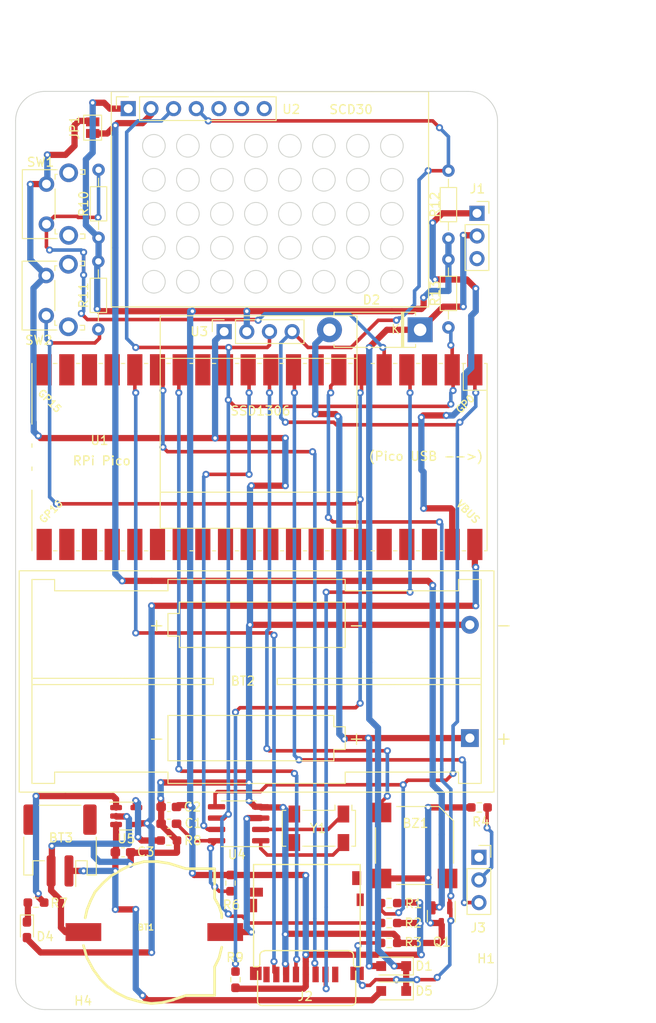
<source format=kicad_pcb>
(kicad_pcb (version 20211014) (generator pcbnew)
  (layers (0 "F.Cu" signal) (31 "B.Cu" signal) (34 "B.Paste" user) (35 "F.Paste" user) (36 "B.SilkS" user "B.Silkscreen") (37 "F.SilkS" user "F.Silkscreen") (38 "B.Mask" user) (39 "F.Mask" user) (44 "Edge.Cuts" user))
  (net 0 "")
  (net 2 "BUZZER")
  (net 6 "SD_CS")
  (net 7 "MOSI")
  (net 31 "+3V3")
  (net 32 "GND")
  (net 33 "SCK")
  (net 34 "MISO")
  (net 36 "Net-(J3-Pad2)")
  (net 37 "WRITE_EN")
  (net 38 "SCD30_EN")
  (net 39 "SCD30_GND")
  (net 40 "BUT_A")
  (net 41 "BUT_B")
  (net 42 "Net-(U4-Pad1)")
  (net 43 "Net-(U4-Pad2)")
  (net 46 "Net-(BT1-Pad1)")
  (net 47 "VSYS")
  (net 48 "SDA")
  (net 49 "SCL")
  (net 52 "RTC_INT")
  (net 53 "VBAT_AAA")
  (net 54 "VBAT_LIPO")
  (net 55 "Net-(C1-Pad1)")
  (net 56 "Net-(D4-Pad1)")
  (net 57 "VBUS")
  (net 58 "Net-(R7-Pad2)")
  (net 59 "Net-(R8-Pad1)")
  (net 63 "Net-(D1-Pad1)")
  (footprint "picoco2:DM3D-SF_outline" (layer "F.Cu") (at 32.6136 98.113)
    (fp_text reference "J2")
    (fp_text value "Micro_SD_Card" hide)
  )
  (footprint "Package_SO:SOIC-8_3.9x4.9mm_P1.27mm" (layer "F.Cu") (at 24.9936 82.0928 180)
    (fp_text reference "U4")
    (fp_text value "PCF8523T")
  )
  (footprint "Capacitor_SMD:C_0603_1608Metric_Pad1.08x0.95mm_HandSolder" (layer "F.Cu") (at 17.1704 80.2132 180)
    (fp_text reference "C2")
    (fp_text value "C")
  )
  (footprint "Resistor_THT:R_Axial_DIN0204_L3.6mm_D1.6mm_P7.62mm_Horizontal" (layer "F.Cu") (at 48.5 18.8368 -90)
    (fp_text reference "R13")
    (fp_text value "R")
  )
  (footprint "Connector_PinSocket_2.54mm:PinSocket_1x03_P2.54mm_Vertical" (layer "F.Cu") (at 51.9172 85.852)
    (fp_text reference "J3")
    (fp_text value "Conn_01x03_Female")
  )
  (footprint "Capacitor_SMD:C_0603_1608Metric_Pad1.08x0.95mm_HandSolder" (layer "F.Cu") (at 17.1704 82.0928 180)
    (fp_text reference "C1")
    (fp_text value "C")
  )
  (footprint "MountingHole:MountingHole_3.2mm_M3" (layer "F.Cu") (at 50.5 3.4)
    (fp_text reference "H3" hide)
    (fp_text value "MountingHole")
  )
  (footprint "Battery:BatteryHolder_Keystone_2468_2xAAA" (layer "F.Cu") (at 50.9016 72.4916 180)
    (fp_text reference "BT2")
    (fp_text value "Battery")
  )
  (footprint "Button_Switch_THT:SW_Tactile_SPST_Angled_PTS645Vx31-2LFS" (layer "F.Cu") (at 3.4265 25.135 90)
    (fp_text reference "SW2")
    (fp_text value "SW_Push")
  )
  (footprint "MountingHole:MountingHole_3.2mm_M3" (layer "F.Cu") (at 50.5 99.4)
    (fp_text reference "H1")
    (fp_text value "MountingHole")
  )
  (footprint "Resistor_SMD:R_0603_1608Metric_Pad0.98x0.95mm_HandSolder" (layer "F.Cu") (at 41.8592 95.4532)
    (fp_text reference "R3")
    (fp_text value "R")
  )
  (footprint "picoco2:ssd1306_a" (layer "F.Cu") (at 23.368 26.924 90)
    (fp_text reference "U3")
    (fp_text value "ssd1306")
  )
  (footprint "Resistor_THT:R_Axial_DIN0204_L3.6mm_D1.6mm_P7.62mm_Horizontal" (layer "F.Cu") (at 9.271 19.05 -90)
    (fp_text reference "R11")
    (fp_text value "R")
  )
  (footprint "Resistor_SMD:R_0603_1608Metric_Pad0.98x0.95mm_HandSolder" (layer "F.Cu") (at 17.1704 83.9724)
    (fp_text reference "R8")
    (fp_text value "10K")
  )
  (footprint "Package_TO_SOT_SMD:SOT-23" (layer "F.Cu") (at 47.7012 92.456 -90)
    (fp_text reference "Q1")
    (fp_text value "Q_NMOS_GDS")
  )
  (footprint "Resistor_SMD:R_0603_1608Metric_Pad0.98x0.95mm_HandSolder" (layer "F.Cu") (at 24.638 99.568 90)
    (fp_text reference "R9")
    (fp_text value "R")
  )
  (footprint "Resistor_SMD:R_0603_1608Metric_Pad0.98x0.95mm_HandSolder" (layer "F.Cu") (at 24.0792 88.7476 90)
    (fp_text reference "R6")
    (fp_text value "R")
  )
  (footprint "Package_TO_SOT_SMD:SOT-23-5" (layer "F.Cu") (at 12.3952 81.2292)
    (fp_text reference "U5")
    (fp_text value "MCP73831-2-OT")
  )
  (footprint "Diode_SMD:D_SOD-123F" (layer "F.Cu") (at 42.3672 98.044 180)
    (fp_text reference "D1")
    (fp_text value "D")
  )
  (footprint "Resistor_SMD:R_0603_1608Metric_Pad0.98x0.95mm_HandSolder" (layer "F.Cu") (at 2.286 90.932)
    (fp_text reference "R7")
    (fp_text value "1K")
  )
  (footprint "Resistor_THT:R_Axial_DIN0204_L3.6mm_D1.6mm_P7.62mm_Horizontal" (layer "F.Cu") (at 9.2964 16.4084 90)
    (fp_text reference "R10")
    (fp_text value "R")
  )
  (footprint "Connector_JST:JST_PH_S2B-PH-SM4-TB_1x02-1MP_P2.00mm_Horizontal" (layer "F.Cu") (at 4.9784 84.5312 180)
    (fp_text reference "BT3")
    (fp_text value "Battery")
  )
  (footprint "picoco2:CR1220-2" (layer "F.Cu") (at 15.1998 94.2348)
    (fp_text reference "BT1")
    (fp_text value "Battery")
  )
  (footprint "MountingHole:MountingHole_3.2mm_M3" (layer "F.Cu") (at 3.4 3.4)
    (fp_text reference "H2" hide)
    (fp_text value "MountingHole")
  )
  (footprint "RPi_Pico:RPi_PicoW_SMD" (layer "F.Cu") (at 27.3304 40.9956 -90)
    (fp_text reference "U1")
    (fp_text value "PicoW")
  )
  (footprint "Resistor_SMD:R_0603_1608Metric_Pad0.98x0.95mm_HandSolder" (layer "F.Cu") (at 51.9684 80.264 180)
    (fp_text reference "R4")
    (fp_text value "R")
  )
  (footprint "Connector_PinSocket_2.54mm:PinSocket_1x03_P2.54mm_Vertical" (layer "F.Cu") (at 51.7006 13.6642)
    (fp_text reference "J1")
    (fp_text value "Conn_01x03_Female")
  )
  (footprint "Resistor_SMD:R_0603_1608Metric_Pad0.98x0.95mm_HandSolder" (layer "F.Cu") (at 41.8592 90.9828 180)
    (fp_text reference "R1")
    (fp_text value "R")
  )
  (footprint "Capacitor_SMD:C_0603_1608Metric_Pad1.08x0.95mm_HandSolder" (layer "F.Cu") (at 12.0396 85.2932)
    (fp_text reference "C3")
    (fp_text value "C")
  )
  (footprint "Jumper:SolderJumper-2_P1.3mm_Open_Pad1.0x1.5mm" (layer "F.Cu") (at 8.636 4.064 -90)
    (fp_text reference "JP1")
    (fp_text value "SolderJumper_2_Open")
  )
  (footprint "Resistor_SMD:R_0603_1608Metric_Pad0.98x0.95mm_HandSolder" (layer "F.Cu") (at 41.8592 93.218 180)
    (fp_text reference "R2")
    (fp_text value "R")
  )
  (footprint "LED_SMD:LED_0603_1608Metric_Pad1.05x0.95mm_HandSolder" (layer "F.Cu") (at 1.27 93.98 -90)
    (fp_text reference "D4")
    (fp_text value "LED")
  )
  (footprint "Buzzer_Beeper:MagneticBuzzer_Kobitone_254-EMB84Q-RO" (layer "F.Cu") (at 44.704 84.5312)
    (fp_text reference "BZ1")
    (fp_text value "Buzzer")
  )
  (footprint "Crystal:Crystal_SMD_Abracon_ABS25-4Pin_8.0x3.8mm" (layer "F.Cu") (at 33.9852 82.6008 -90)
    (fp_text reference "Y1")
    (fp_text value "Crystal_GND23")
  )
  (footprint "Button_Switch_THT:SW_Tactile_SPST_Angled_PTS645Vx31-2LFS" (layer "F.Cu") (at 3.4544 14.8844 90)
    (fp_text reference "SW1")
    (fp_text value "SW_Push")
  )
  (footprint "Resistor_THT:R_Axial_DIN0204_L3.6mm_D1.6mm_P7.62mm_Horizontal" (layer "F.Cu") (at 48.5 16.5 90)
    (fp_text reference "R12")
    (fp_text value "R")
  )
  (footprint "MountingHole:MountingHole_3.2mm_M3" (layer "F.Cu") (at 3.4 99.4)
    (fp_text reference "H4")
    (fp_text value "MountingHole")
  )
  (footprint "picoco2:scd30_a" (layer "F.Cu") (at 12.6238 1.9304 90)
    (fp_text reference "U2")
    (fp_text value "scd30")
  )
  (footprint "Diode_SMD:D_SOD-123F" (layer "F.Cu") (at 42.3672 100.838 180)
    (fp_text reference "D5")
    (fp_text value "D")
  )
  (footprint "Diode_THT:D_5W_P10.16mm_Horizontal" (layer "F.Cu") (at 45.33 26.7208 180)
    (fp_text reference "D2")
    (fp_text value "D")
  )
  (gr_circle (center 38.354 9.906) (end 38.354 11.176) (layer "Edge.Cuts") (width 0.1) (fill none))
  (gr_circle (center 15.494 21.336) (end 15.494 22.606) (layer "Edge.Cuts") (width 0.1) (fill none))
  (gr_circle (center 26.924 17.526) (end 26.924 18.796) (layer "Edge.Cuts") (width 0.1) (fill none))
  (gr_circle (center 23.114 13.716) (end 23.114 14.986) (layer "Edge.Cuts") (width 0.1) (fill none))
  (gr_arc (start 50.698 0) (mid 53.032867 0.967133) (end 54 3.302) (layer "Edge.Cuts") (width 0.1))
  (gr_circle (center 15.494 13.716) (end 15.494 14.986) (layer "Edge.Cuts") (width 0.1) (fill none))
  (gr_circle (center 26.924 21.336) (end 26.924 22.606) (layer "Edge.Cuts") (width 0.1) (fill none))
  (gr_circle (center 15.494 17.526) (end 15.494 18.796) (layer "Edge.Cuts") (width 0.1) (fill none))
  (gr_circle (center 30.734 9.906) (end 30.734 11.176) (layer "Edge.Cuts") (width 0.1) (fill none))
  (gr_circle (center 15.494 9.906) (end 15.494 11.176) (layer "Edge.Cuts") (width 0.1) (fill none))
  (gr_circle (center 42.164 9.906) (end 42.164 11.176) (layer "Edge.Cuts") (width 0.1) (fill none))
  (gr_line (start 50.698 0) (end 3.300067 -0.001933) (layer "Edge.Cuts") (width 0.1))
  (gr_circle (center 19.304 6.096) (end 19.304 7.366) (layer "Edge.Cuts") (width 0.1) (fill none))
  (gr_circle (center 30.734 21.336) (end 30.734 22.606) (layer "Edge.Cuts") (width 0.1) (fill none))
  (gr_circle (center 30.734 6.096) (end 30.734 7.366) (layer "Edge.Cuts") (width 0.1) (fill none))
  (gr_circle (center 42.164 17.526) (end 42.164 18.796) (layer "Edge.Cuts") (width 0.1) (fill none))
  (gr_circle (center 23.114 21.336) (end 23.114 22.606) (layer "Edge.Cuts") (width 0.1) (fill none))
  (gr_circle (center 34.544 17.526) (end 34.544 18.796) (layer "Edge.Cuts") (width 0.1) (fill none))
  (gr_circle (center 34.544 13.716) (end 34.544 14.986) (layer "Edge.Cuts") (width 0.1) (fill none))
  (gr_circle (center 34.544 21.336) (end 34.544 22.606) (layer "Edge.Cuts") (width 0.1) (fill none))
  (gr_line (start -0.001933 3.300067) (end 0 99.6188) (layer "Edge.Cuts") (width 0.1))
  (gr_circle (center 19.304 17.526) (end 19.304 18.796) (layer "Edge.Cuts") (width 0.1) (fill none))
  (gr_circle (center 26.924 13.716) (end 26.924 14.986) (layer "Edge.Cuts") (width 0.1) (fill none))
  (gr_circle (center 34.544 6.096) (end 34.544 7.366) (layer "Edge.Cuts") (width 0.1) (fill none))
  (gr_circle (center 42.164 21.336) (end 42.164 22.606) (layer "Edge.Cuts") (width 0.1) (fill none))
  (gr_circle (center 23.114 17.526) (end 23.114 18.796) (layer "Edge.Cuts") (width 0.1) (fill none))
  (gr_circle (center 26.924 6.096) (end 26.924 7.366) (layer "Edge.Cuts") (width 0.1) (fill none))
  (gr_circle (center 42.164 13.716) (end 42.164 14.986) (layer "Edge.Cuts") (width 0.1) (fill none))
  (gr_line (start 3.302 102.9208) (end 50.708333 102.9208) (layer "Edge.Cuts") (width 0.1))
  (gr_circle (center 30.734 13.716) (end 30.734 14.986) (layer "Edge.Cuts") (width 0.1) (fill none))
  (gr_circle (center 19.304 9.906) (end 19.304 11.176) (layer "Edge.Cuts") (width 0.1) (fill none))
  (gr_circle (center 30.734 17.526) (end 30.734 18.796) (layer "Edge.Cuts") (width 0.1) (fill none))
  (gr_circle (center 38.354 21.336) (end 38.354 22.606) (layer "Edge.Cuts") (width 0.1) (fill none))
  (gr_circle (center 19.304 21.336) (end 19.304 22.606) (layer "Edge.Cuts") (width 0.1) (fill none))
  (gr_circle (center 26.924 9.906) (end 26.924 11.176) (layer "Edge.Cuts") (width 0.1) (fill none))
  (gr_circle (center 38.354 17.526) (end 38.354 18.796) (layer "Edge.Cuts") (width 0.1) (fill none))
  (gr_arc (start 54 99.6188) (mid 53.039544 101.953032) (end 50.708333 102.9208) (layer "Edge.Cuts") (width 0.1))
  (gr_arc (start 3.302 102.9208) (mid 0.967133 101.953667) (end 0 99.6188) (layer "Edge.Cuts") (width 0.1))
  (gr_circle (center 38.354 6.096) (end 38.354 7.366) (layer "Edge.Cuts") (width 0.1) (fill none))
  (gr_arc (start -0.001933 3.300067) (mid 0.9652 0.9652) (end 3.300067 -0.001933) (layer "Edge.Cuts") (width 0.1))
  (gr_line (start 54 99.6188) (end 54 3.302) (layer "Edge.Cuts") (width 0.1))
  (gr_circle (center 23.114 6.096) (end 23.114 7.366) (layer "Edge.Cuts") (width 0.1) (fill none))
  (gr_circle (center 38.354 13.716) (end 38.354 14.986) (layer "Edge.Cuts") (width 0.1) (fill none))
  (gr_circle (center 19.304 13.716) (end 19.304 14.986) (layer "Edge.Cuts") (width 0.1) (fill none))
  (gr_circle (center 42.164 6.096) (end 42.164 7.366) (layer "Edge.Cuts") (width 0.1) (fill none))
  (gr_circle (center 23.114 9.906) (end 23.114 11.176) (layer "Edge.Cuts") (width 0.1) (fill none))
  (gr_circle (center 34.544 9.906) (end 34.544 11.176) (layer "Edge.Cuts") (width 0.1) (fill none))
  (gr_circle (center 15.494 6.096) (end 15.494 7.366) (layer "Edge.Cuts") (width 0.1) (fill none))
  (gr_text "RPi Pico" (at 9.652 41.402) (layer "F.SilkS") (effects (font (size 1 1))))
  (gr_text "(Pico USB -->)" (at 45.974 40.894) (layer "F.SilkS") (effects (font (size 1 1))))
  (gr_text "SSD1306" (at 27.432 35.814) (layer "F.SilkS") (effects (font (size 1 1))))
  (gr_text "SCD30" (at 37.592 2.032) (layer "F.SilkS") (effects (font (size 1 1))))
  (segment (start 28.4105 73.914) (end 28.1565 73.66) (width 0.4) (layer "F.Cu") (net 2))
  (segment (start 41.004 80.8312) (end 41.004 79.646) (width 0.4) (layer "F.Cu") (net 2))
  (segment (start 41.004 79.646) (end 41.656 78.994) (width 0.4) (layer "F.Cu") (net 2))
  (segment (start 28.448 33.782) (end 28.448 32.258) (width 0.4) (layer "F.Cu") (net 2))
  (segment (start 41.656 73.914) (end 28.4105 73.914) (width 0.4) (layer "F.Cu") (net 2))
  (segment (start 28.448 32.258) (end 28.6004 32.1056) (width 0.4) (layer "F.Cu") (net 2))
  (via (at 41.656 78.994) (size 0.8) (drill 0.4) (layers "F.Cu" "B.Cu") (net 2))
  (via (at 28.448 33.782) (size 0.8) (drill 0.4) (layers "F.Cu" "B.Cu") (net 2))
  (via (at 41.656 73.914) (size 0.8) (drill 0.4) (layers "F.Cu" "B.Cu") (net 2))
  (via (at 28.1565 73.66) (size 0.8) (drill 0.4) (layers "F.Cu" "B.Cu") (net 2))
  (segment (start 28.1565 60.4895) (end 28.448 60.198) (width 0.4) (layer "B.Cu") (net 2))
  (segment (start 28.1565 73.66) (end 28.1565 60.4895) (width 0.4) (layer "B.Cu") (net 2))
  (segment (start 28.448 60.198) (end 28.448 33.782) (width 0.4) (layer "B.Cu") (net 2))
  (segment (start 41.656 78.994) (end 41.656 73.914) (width 0.4) (layer "B.Cu") (net 2))
  (segment (start 44.196 32.4612) (end 43.8404 32.1056) (width 0.4) (layer "F.Cu") (net 6))
  (segment (start 34.7136 100.4996) (end 34.798 100.584) (width 0.4) (layer "F.Cu") (net 6))
  (segment (start 34.798 56.134) (end 44.196 56.134) (width 0.4) (layer "F.Cu") (net 6))
  (segment (start 34.7136 98.988) (end 34.7136 100.4996) (width 0.4) (layer "F.Cu") (net 6))
  (segment (start 44.196 33.782) (end 44.196 32.4612) (width 0.4) (layer "F.Cu") (net 6))
  (via (at 44.196 33.782) (size 0.8) (drill 0.4) (layers "F.Cu" "B.Cu") (net 6))
  (via (at 44.196 56.134) (size 0.8) (drill 0.4) (layers "F.Cu" "B.Cu") (net 6))
  (via (at 34.798 56.134) (size 0.8) (drill 0.4) (layers "F.Cu" "B.Cu") (net 6))
  (via (at 34.798 100.584) (size 0.8) (drill 0.4) (layers "F.Cu" "B.Cu") (net 6))
  (segment (start 34.798 100.584) (end 34.798 91.44) (width 0.4) (layer "B.Cu") (net 6))
  (segment (start 34.798 91.44) (end 34.798 56.134) (width 0.4) (layer "B.Cu") (net 6))
  (segment (start 44.196 56.134) (end 44.196 33.782) (width 0.4) (layer "B.Cu") (net 6))
  (segment (start 33.274 40.386) (end 17.018 40.386) (width 0.4) (layer "F.Cu") (net 7))
  (segment (start 17.018 40.386) (end 16.51 39.878) (width 0.4) (layer "F.Cu") (net 7))
  (segment (start 16.51 32.7152) (end 15.9004 32.1056) (width 0.4) (layer "F.Cu") (net 7))
  (segment (start 33.6136 98.988) (end 33.6136 97.8091) (width 0.4) (layer "F.Cu") (net 7))
  (segment (start 16.51 33.528) (end 16.51 32.7152) (width 0.4) (layer "F.Cu") (net 7))
  (segment (start 33.6136 97.8091) (end 33.528 97.7235) (width 0.4) (layer "F.Cu") (net 7))
  (via (at 33.274 40.386) (size 0.8) (drill 0.4) (layers "F.Cu" "B.Cu") (net 7))
  (via (at 16.51 39.878) (size 0.8) (drill 0.4) (layers "F.Cu" "B.Cu") (net 7))
  (via (at 16.51 33.528) (size 0.8) (drill 0.4) (layers "F.Cu" "B.Cu") (net 7))
  (via (at 33.528 97.7235) (size 0.8) (drill 0.4) (layers "F.Cu" "B.Cu") (net 7))
  (segment (start 33.528 92.71) (end 33.528 40.64) (width 0.4) (layer "B.Cu") (net 7))
  (segment (start 33.528 40.64) (end 33.274 40.386) (width 0.4) (layer "B.Cu") (net 7))
  (segment (start 16.51 39.878) (end 16.51 33.528) (width 0.4) (layer "B.Cu") (net 7))
  (segment (start 33.528 97.7235) (end 33.528 92.71) (width 0.4) (layer "B.Cu") (net 7))
  (segment (start 9.398 24.638) (end 9.144 24.384) (width 0.7) (layer "F.Cu") (net 31))
  (segment (start 42.7717 93.218) (end 45.280967 93.218) (width 0.7) (layer "F.Cu") (net 31))
  (segment (start 32.258 100.584) (end 24.7415 100.584) (width 0.7) (layer "F.Cu") (net 31))
  (segment (start 20.0171 87.8351) (end 19.812 87.63) (width 0.7) (layer "F.Cu") (net 31))
  (segment (start 42.164 24.638) (end 19.812 24.638) (width 0.7) (layer "F.Cu") (net 31))
  (segment (start 45.280967 93.218) (end 45.327225 93.264258) (width 0.7) (layer "F.Cu") (net 31))
  (segment (start 19.558 80.01) (end 18.2361 80.01) (width 0.7) (layer "F.Cu") (net 31))
  (segment (start 44.704 24.384) (end 44.45 24.638) (width 0.7) (layer "F.Cu") (net 31))
  (segment (start 24.7415 100.584) (end 24.638 100.4805) (width 0.7) (layer "F.Cu") (net 31))
  (segment (start 18.2361 80.01) (end 18.0329 80.2132) (width 0.7) (layer "F.Cu") (net 31))
  (segment (start 45.466 96.774) (end 32.512 96.774) (width 0.7) (layer "F.Cu") (net 31))
  (segment (start 32.512 97.536) (end 32.512 96.774) (width 0.7) (layer "F.Cu") (net 31))
  (segment (start 32.5136 97.5376) (end 32.512 97.536) (width 0.7) (layer "F.Cu") (net 31))
  (segment (start 45.72 24.13) (end 45.466 24.384) (width 0.7) (layer "F.Cu") (net 31))
  (segment (start 24.0792 87.8351) (end 20.0171 87.8351) (width 0.7) (layer "F.Cu") (net 31))
  (segment (start 24.0792 87.8351) (end 32.4631 87.8351) (width 0.7) (layer "F.Cu") (net 31))
  (segment (start 45.2785 90.932) (end 42.8225 90.932) (width 0.7) (layer "F.Cu") (net 31))
  (segment (start 32.5136 98.988) (end 32.5136 97.5376) (width 0.7) (layer "F.Cu") (net 31))
  (segment (start 32.5136 98.988) (end 32.5136 100.3284) (width 0.7) (layer "F.Cu") (net 31))
  (segment (start 12.6238 1.9304) (end 10.5664 1.9304) (width 0.7) (layer "F.Cu") (net 31))
  (segment (start 45.72 23.114) (end 45.72 24.13) (width 0.7) (layer "F.Cu") (net 31))
  (segment (start 44.45 24.638) (end 42.164 24.638) (width 0.7) (layer "F.Cu") (net 31))
  (segment (start 32.5136 100.3284) (end 32.258 100.584) (width 0.7) (layer "F.Cu") (net 31))
  (segment (start 42.8225 90.932) (end 42.7717 90.9828) (width 0.7) (layer "F.Cu") (net 31))
  (segment (start 32.4631 87.8351) (end 32.512 87.884) (width 0.7) (layer "F.Cu") (net 31))
  (segment (start 45.466 24.384) (end 44.704 24.384) (width 0.7) (layer "F.Cu") (net 31))
  (segment (start 9.906 1.27) (end 8.636 1.27) (width 0.7) (layer "F.Cu") (net 31))
  (segment (start 19.812 24.638) (end 9.398 24.638) (width 0.7) (layer "F.Cu") (net 31))
  (segment (start 9.4488 16.256) (end 9.2964 16.4084) (width 0.7) (layer "F.Cu") (net 31))
  (segment (start 10.5664 1.9304) (end 9.906 1.27) (width 0.7) (layer "F.Cu") (net 31))
  (via (at 45.327225 93.264258) (size 0.8) (drill 0.4) (layers "F.Cu" "B.Cu") (net 31))
  (via (at 45.72 23.114) (size 0.8) (drill 0.4) (layers "F.Cu" "B.Cu") (net 31))
  (via (at 25.908 24.638) (size 0.8) (drill 0.4) (layers "F.Cu" "B.Cu") (net 31))
  (via (at 32.512 96.774) (size 0.8) (drill 0.4) (layers "F.Cu" "B.Cu") (net 31))
  (via (at 45.2785 90.932) (size 0.8) (drill 0.4) (layers "F.Cu" "B.Cu") (net 31))
  (via (at 19.812 87.63) (size 0.8) (drill 0.4) (layers "F.Cu" "B.Cu") (net 31))
  (via (at 9.144 24.384) (size 0.8) (drill 0.4) (layers "F.Cu" "B.Cu") (net 31))
  (via (at 45.466 96.774) (size 0.8) (drill 0.4) (layers "F.Cu" "B.Cu") (net 31))
  (via (at 19.812 24.638) (size 0.8) (drill 0.4) (layers "F.Cu" "B.Cu") (net 31))
  (via (at 19.558 80.01) (size 0.8) (drill 0.4) (layers "F.Cu" "B.Cu") (net 31))
  (via (at 8.636 1.27) (size 0.8) (drill 0.4) (layers "F.Cu" "B.Cu") (net 31))
  (via (at 32.512 87.884) (size 0.8) (drill 0.4) (layers "F.Cu" "B.Cu") (net 31))
  (segment (start 7.874 7.62) (end 7.874 14.986) (width 0.7) (layer "B.Cu") (net 31))
  (segment (start 48.5 18.8368) (end 48.5 22.366) (width 0.7) (layer "B.Cu") (net 31))
  (segment (start 48.5 18.8368) (end 48.5 16.5) (width 0.7) (layer "B.Cu") (net 31))
  (segment (start 9.2964 19.0246) (end 9.271 19.05) (width 0.7) (layer "B.Cu") (net 31))
  (segment (start 19.812 87.63) (end 19.812 80.264) (width 0.7) (layer "B.Cu") (net 31))
  (segment (start 19.558 24.638) (end 19.812 24.638) (width 0.7) (layer "B.Cu") (net 31))
  (segment (start 45.327225 90.980725) (end 45.2785 90.932) (width 0.7) (layer "B.Cu") (net 31))
  (segment (start 45.327225 93.264258) (end 45.327225 96.635225) (width 0.7) (layer "B.Cu") (net 31))
  (segment (start 45.327225 96.635225) (end 45.466 96.774) (width 0.7) (layer "B.Cu") (net 31))
  (segment (start 8.636 6.858) (end 7.874 7.62) (width 0.7) (layer "B.Cu") (net 31))
  (segment (start 25.908 27.178) (end 25.73 27) (width 0.4) (layer "B.Cu") (net 31))
  (segment (start 8.636 1.27) (end 8.636 6.858) (width 0.7) (layer "B.Cu") (net 31))
  (segment (start 19.812 80.264) (end 19.558 80.01) (width 0.7) (layer "B.Cu") (net 31))
  (segment (start 7.874 14.986) (end 9.2964 16.4084) (width 0.7) (layer "B.Cu") (net 31))
  (segment (start 45.327225 93.264258) (end 45.327225 90.980725) (width 0.7) (layer "B.Cu") (net 31))
  (segment (start 19.558 80.01) (end 19.558 24.638) (width 0.7) (layer "B.Cu") (net 31))
  (segment (start 9.144 19.177) (end 9.271 19.05) (width 0.7) (layer "B.Cu") (net 31))
  (segment (start 48.5 22.366) (end 46.468 22.366) (width 0.7) (layer "B.Cu") (net 31))
  (segment (start 9.144 24.384) (end 9.144 19.177) (width 0.7) (layer "B.Cu") (net 31))
  (segment (start 9.2964 16.4084) (end 9.2964 19.0246) (width 0.7) (layer "B.Cu") (net 31))
  (segment (start 25.908 24.638) (end 25.908 26.924) (width 0.7) (layer "B.Cu") (net 31))
  (segment (start 32.512 96.774) (end 32.512 87.884) (width 0.7) (layer "B.Cu") (net 31))
  (segment (start 46.468 22.366) (end 45.72 23.114) (width 0.7) (layer "B.Cu") (net 31))
  (segment (start 50.9016 59.7916) (end 26.2636 59.7916) (width 0.7) (layer "F.Cu") (net 32))
  (segment (start 4.064 87.2956) (end 3.9784 87.3812) (width 0.7) (layer "F.Cu") (net 32))
  (segment (start 11.3085 81.28) (end 11.2577 81.2292) (width 0.7) (layer "F.Cu") (net 32))
  (segment (start 6.604 6.096) (end 6.604 3.81) (width 0.7) (layer "F.Cu") (net 32))
  (segment (start 26.8478 80.1878) (end 26.162 79.502) (width 0.7) (layer "F.Cu") (net 32))
  (segment (start 46.228 80.264) (end 51.0559 80.264) (width 0.7) (layer "F.Cu") (net 32))
  (segment (start 3.9784 89.5764) (end 5.08 90.678) (width 0.7) (layer "F.Cu") (net 32))
  (segment (start 47.5257 93.218) (end 47.7012 93.3935) (width 0.7) (layer "F.Cu") (net 32))
  (segment (start 18.034 85.344) (end 12.9529 85.344) (width 0.7) (layer "F.Cu") (net 32))
  (segment (start 22.352 38.862) (end 2.794 38.862) (width 0.7) (layer "F.Cu") (net 32))
  (segment (start 12.9021 86.5389) (end 12.827 86.614) (width 0.7) (layer "F.Cu") (net 32))
  (segment (start 42.3582 94.4282) (end 30.2858 94.4282) (width 0.7) (layer "F.Cu") (net 32))
  (segment (start 5.08 93.726) (end 5.5888 94.2348) (width 0.7) (layer "F.Cu") (net 32))
  (segment (start 6.604 3.81) (end 7.112 3.302) (width 0.7) (layer "F.Cu") (net 32))
  (segment (start 26.416 44.196) (end 30.226 44.196) (width 0.7) (layer "F.Cu") (net 32))
  (segment (start 27.4686 80.1878) (end 26.8478 80.1878) (width 0.7) (layer "F.Cu") (net 32))
  (segment (start 18.0829 85.2951) (end 18.034 85.344) (width 0.7) (layer "F.Cu") (net 32))
  (segment (start 41.004 88.2312) (end 46.1348 88.2312) (width 0.7) (layer "F.Cu") (net 32))
  (segment (start 29.972 80.264) (end 27.5448 80.264) (width 0.7) (layer "F.Cu") (net 32))
  (segment (start 12.446 81.28) (end 11.3085 81.28) (width 0.7) (layer "F.Cu") (net 32))
  (segment (start 3.4544 10.3844) (end 1.6806 10.3844) (width 0.7) (layer "F.Cu") (net 32))
  (segment (start 7.112 3.302) (end 8.524 3.302) (width 0.7) (layer "F.Cu") (net 32))
  (segment (start 30.3136 98.988) (end 30.3136 97.8776) (width 0.7) (layer "F.Cu") (net 32))
  (segment (start 12.9529 85.344) (end 12.9021 85.2932) (width 0.7) (layer "F.Cu") (net 32))
  (segment (start 47.752 95.25) (end 47.752 93.4443) (width 0.7) (layer "F.Cu") (net 32))
  (segment (start 5.5888 94.2348) (end 7.5998 94.2348) (width 0.7) (layer "F.Cu") (net 32))
  (segment (start 16.256 77.47) (end 26.162 77.47) (width 0.7) (layer "F.Cu") (net 32))
  (segment (start 42.7717 95.4532) (end 47.5488 95.4532) (width 0.7) (layer "F.Cu") (net 32))
  (segment (start 27.5448 80.264) (end 27.4686 80.1878) (width 0.7) (layer "F.Cu") (net 32))
  (segment (start 42.7717 95.4532) (end 42.7717 94.8417) (width 0.7) (layer "F.Cu") (net 32))
  (segment (start 2.794 38.862) (end 2.54 38.608) (width 0.7) (layer "F.Cu") (net 32))
  (segment (start 30.2858 94.4282) (end 30.226 94.488) (width 0.7) (layer "F.Cu") (net 32))
  (segment (start 42.7717 94.8417) (end 42.3582 94.4282) (width 0.7) (layer "F.Cu") (net 32))
  (segment (start 16.3079 82.0928) (end 16.3079 82.1974) (width 0.7) (layer "F.Cu") (net 32))
  (segment (start 16.3079 82.1974) (end 18.0829 83.9724) (width 0.7) (layer "F.Cu") (net 32))
  (segment (start 12.9021 85.2932) (end 12.9021 86.5389) (width 0.7) (layer "F.Cu") (net 32))
  (segment (start 4.064 84.582) (end 4.064 87.2956) (width 0.7) (layer "F.Cu") (net 32))
  (segment (start 3.556 7.112) (end 5.588 7.112) (width 0.7) (layer "F.Cu") (net 32))
  (segment (start 46.1348 88.2312) (end 46.228 88.138) (width 0.7) (layer "F.Cu") (net 32))
  (segment (start 5.588 7.112) (end 6.604 6.096) (width 0.7) (layer "F.Cu") (net 32))
  (segment (start 30.226 38.862) (end 22.352 38.862) (width 0.7) (layer "F.Cu") (net 32))
  (segment (start 46.482 93.218) (end 47.5257 93.218) (width 0.7) (layer "F.Cu") (net 32))
  (segment (start 3.9784 87.3812) (end 3.9784 89.5764) (width 0.7) (layer "F.Cu") (net 32))
  (segment (start 1.6806 10.3844) (end 1.651 10.414) (width 0.7) (layer "F.Cu") (net 32))
  (segment (start 47.752 93.4443) (end 47.7012 93.3935) (width 0.7) (layer "F.Cu") (net 32))
  (segment (start 3.3605 20.701) (end 3.4265 20.635) (width 0.7) (layer "F.Cu") (net 32))
  (segment (start 5.08 90.678) (end 5.08 93.726) (width 0.7) (layer "F.Cu") (net 32))
  (segment (start 47.5488 95.4532) (end 47.752 95.25) (width 0.7) (layer "F.Cu") (net 32))
  (segment (start 16.3079 80.2132) (end 16.3079 82.0928) (width 0.7) (layer "F.Cu") (net 32))
  (segment (start 16.3079 80.2132) (end 16.3079 79.2999) (width 0.7) (layer "F.Cu") (net 32))
  (segment (start 18.0829 83.9724) (end 18.0829 85.2951) (width 0.7) (layer "F.Cu") (net 32))
  (segment (start 8.524 3.302) (end 8.636 3.414) (width 0.7) (layer "F.Cu") (net 32))
  (segment (start 16.3079 79.2999) (end 16.256 79.248) (width 0.7) (layer "F.Cu") (net 32))
  (segment (start 30.3136 97.8776) (end 30.226 97.79) (width 0.7) (layer "F.Cu") (net 32))
  (via (at 1.651 10.414) (size 0.8) (drill 0.4) (layers "F.Cu" "B.Cu") (net 32))
  (via (at 30.226 44.196) (size 0.8) (drill 0.4) (layers "F.Cu" "B.Cu") (net 32))
  (via (at 2.54 38.608) (size 0.8) (drill 0.4) (layers "F.Cu" "B.Cu") (net 32))
  (via (at 30.226 94.488) (size 0.8) (drill 0.4) (layers "F.Cu" "B.Cu") (net 32))
  (via (at 46.482 93.218) (size 0.8) (drill 0.4) (layers "F.Cu" "B.Cu") (net 32))
  (via (at 26.162 79.502) (size 0.8) (drill 0.4) (layers "F.Cu" "B.Cu") (net 32))
  (via (at 16.256 77.47) (size 0.8) (drill 0.4) (layers "F.Cu" "B.Cu") (net 32))
  (via (at 22.352 38.862) (size 0.8) (drill 0.4) (layers "F.Cu" "B.Cu") (net 32))
  (via (at 29.972 80.264) (size 0.8) (drill 0.4) (layers "F.Cu" "B.Cu") (net 32))
  (via (at 3.556 7.112) (size 0.8) (drill 0.4) (layers "F.Cu" "B.Cu") (net 32))
  (via (at 26.2636 59.7916) (size 0.8) (drill 0.4) (layers "F.Cu" "B.Cu") (net 32))
  (via (at 46.228 80.264) (size 0.8) (drill 0.4) (layers "F.Cu" "B.Cu") (net 32))
  (via (at 26.416 44.196) (size 0.8) (drill 0.4) (layers "F.Cu" "B.Cu") (net 32))
  (via (at 30.226 97.79) (size 0.8) (drill 0.4) (layers "F.Cu" "B.Cu") (net 32))
  (via (at 30.226 38.862) (size 0.8) (drill 0.4) (layers "F.Cu" "B.Cu") (net 32))
  (via (at 26.162 77.47) (size 0.8) (drill 0.4) (layers "F.Cu" "B.Cu") (net 32))
  (via (at 12.827 86.614) (size 0.8) (drill 0.4) (layers "F.Cu" "B.Cu") (net 32))
  (via (at 16.256 79.248) (size 0.8) (drill 0.4) (layers "F.Cu" "B.Cu") (net 32))
  (via (at 4.064 84.582) (size 0.8) (drill 0.4) (layers "F.Cu" "B.Cu") (net 32))
  (via (at 46.228 88.138) (size 0.8) (drill 0.4) (layers "F.Cu" "B.Cu") (net 32))
  (via (at 12.446 81.28) (size 0.8) (drill 0.4) (layers "F.Cu" "B.Cu") (net 32))
  (segment (start 4.318 84.328) (end 4.064 84.582) (width 0.7) (layer "B.Cu") (net 32))
  (segment (start 8.763 85.725) (end 8.763 84.328) (width 0.7) (layer "B.Cu") (net 32))
  (segment (start 16.256 79.248) (end 16.256 77.47) (width 0.7) (layer "B.Cu") (net 32))
  (segment (start 26.2636 59.7916) (end 26.2636 44.3484) (width 0.7) (layer "B.Cu") (net 32))
  (segment (start 3.556 7.112) (end 3.556 10.2828) (width 0.7) (layer "B.Cu") (net 32))
  (segment (start 23.368 26.924) (end 22.352 27.94) (width 0.7) (layer "B.Cu") (net 32))
  (segment (start 8.763 84.328) (end 4.318 84.328) (width 0.7) (layer "B.Cu") (net 32))
  (segment (start 3.4265 20.635) (end 2.0015 22.06) (width 0.7) (layer "B.Cu") (net 32))
  (segment (start 1.651 10.414) (end 1.651 18.8595) (width 0.7) (layer "B.Cu") (net 32))
  (segment (start 30.226 44.196) (end 30.226 38.862) (width 0.7) (layer "B.Cu") (net 32))
  (segment (start 22.352 27.94) (end 22.352 38.862) (width 0.7) (layer "B.Cu") (net 32))
  (segment (start 2.0015 22.06) (end 2.0015 37.0535) (width 0.7) (layer "B.Cu") (net 32))
  (segment (start 26.162 79.502) (end 26.162 77.47) (width 0.7) (layer "B.Cu") (net 32))
  (segment (start 3.556 10.2828) (end 3.4544 10.3844) (width 0.7) (layer "B.Cu") (net 32))
  (segment (start 12.7 84.328) (end 12.7 81.534) (width 0.7) (layer "B.Cu") (net 32))
  (segment (start 12.827 86.614) (end 12.573 86.36) (width 0.7) (layer "B.Cu") (net 32))
  (segment (start 12.573 86.36) (end 9.398 86.36) (width 0.7) (layer "B.Cu") (net 32))
  (segment (start 30.226 80.518) (end 29.972 80.264) (width 0.7) (layer "B.Cu") (net 32))
  (segment (start 26.162 77.47) (end 26.162 59.8932) (width 0.7) (layer "B.Cu") (net 32))
  (segment (start 46.228 92.964) (end 46.482 93.218) (width 0.7) (layer "B.Cu") (net 32))
  (segment (start 46.228 88.138) (end 46.228 80.264) (width 0.7) (layer "B.Cu") (net 32))
  (segment (start 12.7 81.534) (end 12.446 81.28) (width 0.7) (layer "B.Cu") (net 32))
  (segment (start 2.0015 37.0535) (end 2.032 37.084) (width 0.7) (layer "B.Cu") (net 32))
  (segment (start 26.2636 44.3484) (end 26.416 44.196) (width 0.7) (layer "B.Cu") (net 32))
  (segment (start 2.032 38.1) (end 2.54 38.608) (width 0.7) (layer "B.Cu") (net 32))
  (segment (start 26.162 59.8932) (end 26.2636 59.7916) (width 0.7) (layer "B.Cu") (net 32))
  (segment (start 2.032 37.084) (end 2.032 38.1) (width 0.7) (layer "B.Cu") (net 32))
  (segment (start 12.7 84.328) (end 8.763 84.328) (width 0.7) (layer "B.Cu") (net 32))
  (segment (start 1.651 18.8595) (end 3.4265 20.635) (width 0.7) (layer "B.Cu") (net 32))
  (segment (start 9.398 86.36) (end 8.763 85.725) (width 0.7) (layer "B.Cu") (net 32))
  (segment (start 23.19 27) (end 23.19 27.102) (width 0.4) (layer "B.Cu") (net 32))
  (segment (start 30.226 97.79) (end 30.226 80.518) (width 0.7) (layer "B.Cu") (net 32))
  (segment (start 46.228 88.138) (end 46.228 92.964) (width 0.7) (layer "B.Cu") (net 32))
  (segment (start 31.242 76.454) (end 30.988 76.2) (width 0.4) (layer "F.Cu") (net 33))
  (segment (start 18.288 32.258) (end 18.4404 32.1056) (width 0.4) (layer "F.Cu") (net 33))
  (segment (start 30.988 76.2) (end 21.082 76.2) (width 0.4) (layer "F.Cu") (net 33))
  (segment (start 31.4136 97.3644) (end 31.496 97.282) (width 0.4) (layer "F.Cu") (net 33))
  (segment (start 18.288 33.782) (end 18.288 32.258) (width 0.4) (layer "F.Cu") (net 33))
  (segment (start 31.4136 98.988) (end 31.4136 97.3644) (width 0.4) (layer "F.Cu") (net 33))
  (segment (start 21.082 76.2) (end 18.542 76.2) (width 0.4) (layer "F.Cu") (net 33))
  (segment (start 18.542 76.2) (end 18.288 75.946) (width 0.4) (layer "F.Cu") (net 33))
  (via (at 18.288 75.946) (size 0.8) (drill 0.4) (layers "F.Cu" "B.Cu") (net 33))
  (via (at 31.242 76.454) (size 0.8) (drill 0.4) (layers "F.Cu" "B.Cu") (net 33))
  (via (at 18.288 33.782) (size 0.8) (drill 0.4) (layers "F.Cu" "B.Cu") (net 33))
  (via (at 31.496 97.282) (size 0.8) (drill 0.4) (layers "F.Cu" "B.Cu") (net 33))
  (segment (start 18.288 75.946) (end 18.288 33.782) (width 0.4) (layer "B.Cu") (net 33))
  (segment (start 31.496 76.708) (end 31.242 76.454) (width 0.4) (layer "B.Cu") (net 33))
  (segment (start 31.496 97.282) (end 31.496 76.708) (width 0.4) (layer "B.Cu") (net 33))
  (segment (start 13.462 60.706) (end 28.702 60.706) (width 0.4) (layer "F.Cu") (net 34))
  (segment (start 13.3604 32.1056) (end 13.3604 33.6804) (width 0.4) (layer "F.Cu") (net 34))
  (segment (start 13.3604 33.6804) (end 13.462 33.782) (width 0.4) (layer "F.Cu") (net 34))
  (segment (start 28.956 97.536) (end 28.956 98.7304) (width 0.4) (layer "F.Cu") (net 34))
  (segment (start 28.956 98.7304) (end 29.2136 98.988) (width 0.4) (layer "F.Cu") (net 34))
  (segment (start 28.702 60.706) (end 28.956 60.96) (width 0.4) (layer "F.Cu") (net 34))
  (via (at 13.462 60.706) (size 0.8) (drill 0.4) (layers "F.Cu" "B.Cu") (net 34))
  (via (at 28.956 60.96) (size 0.8) (drill 0.4) (layers "F.Cu" "B.Cu") (net 34))
  (via (at 13.462 33.782) (size 0.8) (drill 0.4) (layers "F.Cu" "B.Cu") (net 34))
  (via (at 28.956 97.536) (size 0.8) (drill 0.4) (layers "F.Cu" "B.Cu") (net 34))
  (segment (start 13.462 38.1) (end 13.462 60.706) (width 0.4) (layer "B.Cu") (net 34))
  (segment (start 13.462 33.782) (end 13.462 38.1) (width 0.4) (layer "B.Cu") (net 34))
  (segment (start 28.956 60.96) (end 28.956 97.536) (width 0.4) (layer "B.Cu") (net 34))
  (segment (start 52.832 82.55) (end 52.832 80.3129) (width 0.4) (layer "F.Cu") (net 36))
  (segment (start 52.832 80.3129) (end 52.8809 80.264) (width 0.4) (layer "F.Cu") (net 36))
  (via (at 52.832 82.55) (size 0.8) (drill 0.4) (layers "F.Cu" "B.Cu") (net 36))
  (segment (start 53.34 83.058) (end 52.832 82.55) (width 0.4) (layer "B.Cu") (net 36))
  (segment (start 53.34 83.312) (end 53.34 83.058) (width 0.4) (layer "B.Cu") (net 36))
  (segment (start 53.34 86.9692) (end 53.34 83.312) (width 0.4) (layer "B.Cu") (net 36))
  (segment (start 51.9172 88.392) (end 53.34 86.9692) (width 0.4) (layer "B.Cu") (net 36))
  (segment (start 31.242 32.2072) (end 31.1404 32.1056) (width 0.4) (layer "F.Cu") (net 37))
  (segment (start 50.038 74.93) (end 34.036 74.93) (width 0.4) (layer "F.Cu") (net 37))
  (segment (start 51.9172 90.932) (end 50.292 90.932) (width 0.4) (layer "F.Cu") (net 37))
  (segment (start 31.75 74.93) (end 34.036 74.93) (width 0.4) (layer "F.Cu") (net 37))
  (segment (start 31.242 33.782) (end 31.242 32.2072) (width 0.4) (layer "F.Cu") (net 37))
  (via (at 50.292 90.932) (size 0.8) (drill 0.4) (layers "F.Cu" "B.Cu") (net 37))
  (via (at 31.75 74.93) (size 0.8) (drill 0.4) (layers "F.Cu" "B.Cu") (net 37))
  (via (at 31.242 33.782) (size 0.8) (drill 0.4) (layers "F.Cu" "B.Cu") (net 37))
  (via (at 50.038 74.93) (size 0.8) (drill 0.4) (layers "F.Cu" "B.Cu") (net 37))
  (segment (start 31.75 74.93) (end 31.242 74.422) (width 0.4) (layer "B.Cu") (net 37))
  (segment (start 50.292 90.932) (end 50.292 75.184) (width 0.4) (layer "B.Cu") (net 37))
  (segment (start 50.292 75.184) (end 50.038 74.93) (width 0.4) (layer "B.Cu") (net 37))
  (segment (start 31.242 74.422) (end 31.242 33.782) (width 0.4) (layer "B.Cu") (net 37))
  (segment (start 35.56 48.26) (end 35.052 47.752) (width 0.4) (layer "F.Cu") (net 38))
  (segment (start 35.306 33.782) (end 35.306 33.02) (width 0.4) (layer "F.Cu") (net 38))
  (segment (start 39.692698 100.212502) (end 40.3372 99.568) (width 0.4) (layer "F.Cu") (net 38))
  (segment (start 40.9467 95.4532) (end 38.6588 95.4532) (width 0.4) (layer "F.Cu") (net 38))
  (segment (start 48.768 91.6353) (end 48.6512 91.5185) (width 0.4) (layer "F.Cu") (net 38))
  (segment (start 40.3372 99.568) (end 41.656 99.568) (width 0.4) (layer "F.Cu") (net 38))
  (segment (start 38.6588 95.4532) (end 38.354 95.758) (width 0.4) (layer "F.Cu") (net 38))
  (segment (start 41.656 99.568) (end 42.672 99.568) (width 0.4) (layer "F.Cu") (net 38))
  (segment (start 47.498 48.26) (end 35.56 48.26) (width 0.4) (layer "F.Cu") (net 38))
  (segment (start 35.306 33.02) (end 36.2204 32.1056) (width 0.4) (layer "F.Cu") (net 38))
  (segment (start 48.6512 90.2868) (end 48.768 90.17) (width 0.4) (layer "F.Cu") (net 38))
  (segment (start 48.6512 91.5185) (end 48.6512 90.2868) (width 0.4) (layer "F.Cu") (net 38))
  (segment (start 48.768 92.964) (end 48.768 91.6353) (width 0.4) (layer "F.Cu") (net 38))
  (segment (start 38.862 100.212502) (end 39.692698 100.212502) (width 0.4) (layer "F.Cu") (net 38))
  (segment (start 44.958 99.568) (end 46.99 99.568) (width 0.4) (layer "F.Cu") (net 38))
  (segment (start 46.99 99.568) (end 47.244 99.314) (width 0.4) (layer "F.Cu") (net 38))
  (via (at 48.768 92.964) (size 0.8) (drill 0.4) (layers "F.Cu" "B.Cu") (net 38))
  (via (at 47.244 99.314) (size 0.8) (drill 0.4) (layers "F.Cu" "B.Cu") (net 38))
  (via (at 35.052 47.752) (size 0.8) (drill 0.4) (layers "F.Cu" "B.Cu") (net 38))
  (via (at 42.672 99.568) (size 0.8) (drill 0.4) (layers "F.Cu" "B.Cu") (net 38))
  (via (at 38.354 95.758) (size 0.8) (drill 0.4) (layers "F.Cu" "B.Cu") (net 38))
  (via (at 44.958 99.568) (size 0.8) (drill 0.4) (layers "F.Cu" "B.Cu") (net 38))
  (via (at 35.306 33.782) (size 0.8) (drill 0.4) (layers "F.Cu" "B.Cu") (net 38))
  (via (at 48.768 90.17) (size 0.8) (drill 0.4) (layers "F.Cu" "B.Cu") (net 38))
  (via (at 38.862 100.212502) (size 0.8) (drill 0.4) (layers "F.Cu" "B.Cu") (net 38))
  (via (at 47.498 48.26) (size 0.8) (drill 0.4) (layers "F.Cu" "B.Cu") (net 38))
  (segment (start 42.672 99.568) (end 44.958 99.568) (width 0.4) (layer "B.Cu") (net 38))
  (segment (start 47.752 77.216) (end 47.752 75.946) (width 0.4) (layer "B.Cu") (net 38))
  (segment (start 48.768 82.804) (end 48.768 78.232) (width 0.4) (layer "B.Cu") (net 38))
  (segment (start 48.6512 97.9068) (end 48.6512 93.0808) (width 0.4) (layer "B.Cu") (net 38))
  (segment (start 38.354 95.758) (end 38.354 99.704502) (width 0.4) (layer "B.Cu") (net 38))
  (segment (start 48.768 78.232) (end 48.514 77.978) (width 0.4) (layer "B.Cu") (net 38))
  (segment (start 47.244 99.314) (end 48.6512 97.9068) (width 0.4) (layer "B.Cu") (net 38))
  (segment (start 38.354 99.704502) (end 38.862 100.212502) (width 0.4) (layer "B.Cu") (net 38))
  (segment (start 47.752 75.946) (end 47.752 48.514) (width 0.4) (layer "B.Cu") (net 38))
  (segment (start 47.752 48.514) (end 47.498 48.26) (width 0.4) (layer "B.Cu") (net 38))
  (segment (start 48.768 90.17) (end 48.768 82.804) (width 0.4) (layer "B.Cu") (net 38))
  (segment (start 48.514 77.978) (end 47.752 77.216) (width 0.4) (layer "B.Cu") (net 38))
  (segment (start 35.052 34.036) (end 35.306 33.782) (width 0.4) (layer "B.Cu") (net 38))
  (segment (start 48.6512 93.0808) (end 48.768 92.964) (width 0.4) (layer "B.Cu") (net 38))
  (segment (start 35.052 47.752) (end 35.052 34.036) (width 0.4) (layer "B.Cu") (net 38))
  (segment (start 46.8297 91.44) (end 46.7512 91.5185) (width 0.7) (layer "F.Cu") (net 39))
  (segment (start 46.228 54.864) (end 46.736 55.372) (width 0.7) (layer "F.Cu") (net 39))
  (segment (start 8.778 4.572) (end 8.636 4.714) (width 0.7) (layer "F.Cu") (net 39))
  (segment (start 10.272 4.714) (end 8.636 4.714) (width 0.7) (layer "F.Cu") (net 39))
  (segment (start 11.176 3.81) (end 10.272 4.714) (width 0.7) (layer "F.Cu") (net 39))
  (segment (start 15.1638 2.6162) (end 14.224 3.556) (width 0.7) (layer "F.Cu") (net 39))
  (segment (start 47.498 91.44) (end 46.8297 91.44) (width 0.7) (layer "F.Cu") (net 39))
  (segment (start 14.224 3.556) (end 11.43 3.556) (width 0.7) (layer "F.Cu") (net 39))
  (segment (start 11.938 54.864) (end 15.24 54.864) (width 0.7) (layer "F.Cu") (net 39))
  (segment (start 15.1638 1.9304) (end 15.1638 2.6162) (width 0.7) (layer "F.Cu") (net 39))
  (segment (start 15.24 54.864) (end 46.228 54.864) (width 0.7) (layer "F.Cu") (net 39))
  (segment (start 11.43 3.556) (end 11.176 3.81) (width 0.7) (layer "F.Cu") (net 39))
  (via (at 11.176 3.81) (size 0.8) (drill 0.4) (layers "F.Cu" "B.Cu") (net 39))
  (via (at 47.498 91.44) (size 0.8) (drill 0.4) (layers "F.Cu" "B.Cu") (net 39))
  (via (at 46.736 55.372) (size 0.8) (drill 0.4) (layers "F.Cu" "B.Cu") (net 39))
  (via (at 11.938 54.864) (size 0.8) (drill 0.4) (layers "F.Cu" "B.Cu") (net 39))
  (segment (start 47.244 78.232) (end 47.752 78.74) (width 0.7) (layer "B.Cu") (net 39))
  (segment (start 11.176 17.526) (end 11.176 54.102) (width 0.7) (layer "B.Cu") (net 39))
  (segment (start 15.367 2.1336) (end 15.1638 1.9304) (width 0.7) (layer "B.Cu") (net 39))
  (segment (start 11.176 3.81) (end 11.176 4.602) (width 0.7) (layer "B.Cu") (net 39))
  (segment (start 47.752 91.186) (end 47.498 91.44) (width 0.7) (layer "B.Cu") (net 39))
  (segment (start 47.752 83.312) (end 47.752 91.186) (width 0.7) (layer "B.Cu") (net 39))
  (segment (start 46.736 55.372) (end 46.736 77.724) (width 0.7) (layer "B.Cu") (net 39))
  (segment (start 11.176 4.602) (end 11.064 4.714) (width 0.7) (layer "B.Cu") (net 39))
  (segment (start 11.176 54.102) (end 11.938 54.864) (width 0.7) (layer "B.Cu") (net 39))
  (segment (start 11.176 4.826) (end 11.176 17.526) (width 0.7) (layer "B.Cu") (net 39))
  (segment (start 47.752 78.74) (end 47.752 83.312) (width 0.7) (layer "B.Cu") (net 39))
  (segment (start 46.736 77.724) (end 47.244 78.232) (width 0.7) (layer "B.Cu") (net 39))
  (segment (start 11.064 4.714) (end 11.176 4.826) (width 0.7) (layer "B.Cu") (net 39))
  (segment (start 41.3004 32.1056) (end 41.3004 28.8544) (width 0.4) (layer "F.Cu") (net 40))
  (segment (start 3.4544 17.4244) (end 3.81 17.78) (width 0.4) (layer "F.Cu") (net 40))
  (segment (start 6.897401 14.009401) (end 7.0104 14.1224) (width 0.4) (layer "F.Cu") (net 40))
  (segment (start 7.0104 14.1224) (end 9.2456 14.1224) (width 0.4) (layer "F.Cu") (net 40))
  (segment (start 3.4544 14.8844) (end 3.4544 17.4244) (width 0.4) (layer "F.Cu") (net 40))
  (segment (start 4.329399 14.009401) (end 6.897401 14.009401) (width 0.4) (layer "F.Cu") (net 40))
  (segment (start 7.62 18.034) (end 7.62 20.574) (width 0.4) (layer "F.Cu") (net 40))
  (segment (start 41.3004 28.8544) (end 41.148 28.702) (width 0.4) (layer "F.Cu") (net 40))
  (segment (start 9.2456 14.1224) (end 9.2964 14.1224) (width 0.4) (layer "F.Cu") (net 40))
  (segment (start 27.094 25.57) (end 8.044 25.57) (width 0.4) (layer "F.Cu") (net 40))
  (segment (start 3.4544 14.8844) (end 4.329399 14.009401) (width 0.4) (layer "F.Cu") (net 40))
  (segment (start 27.178 25.654) (end 27.094 25.57) (width 0.4) (layer "F.Cu") (net 40))
  (segment (start 8.044 25.57) (end 7.366 24.892) (width 0.4) (layer "F.Cu") (net 40))
  (via (at 7.366 24.892) (size 0.8) (drill 0.4) (layers "F.Cu" "B.Cu") (net 40))
  (via (at 41.148 28.702) (size 0.8) (drill 0.4) (layers "F.Cu" "B.Cu") (net 40))
  (via (at 9.2456 14.1224) (size 0.8) (drill 0.4) (layers "F.Cu" "B.Cu") (net 40))
  (via (at 7.62 18.034) (size 0.8) (drill 0.4) (layers "F.Cu" "B.Cu") (net 40))
  (via (at 3.81 17.78) (size 0.8) (drill 0.4) (layers "F.Cu" "B.Cu") (net 40))
  (via (at 7.62 20.574) (size 0.8) (drill 0.4) (layers "F.Cu" "B.Cu") (net 40))
  (via (at 27.178 25.654) (size 0.8) (drill 0.4) (layers "F.Cu" "B.Cu") (net 40))
  (segment (start 7.62 24.638) (end 7.62 18.034) (width 0.4) (layer "B.Cu") (net 40))
  (segment (start 7.366 24.892) (end 7.62 24.638) (width 0.4) (layer "B.Cu") (net 40))
  (segment (start 41.148 28.702) (end 37.3668 24.9208) (width 0.4) (layer "B.Cu") (net 40))
  (segment (start 9.2964 8.7884) (end 9.2964 14.1224) (width 0.4) (layer "B.Cu") (net 40))
  (segment (start 27.9112 24.9208) (end 27.178 25.654) (width 0.4) (layer "B.Cu") (net 40))
  (segment (start 3.81 17.78) (end 7.366 17.78) (width 0.4) (layer "B.Cu") (net 40))
  (segment (start 7.366 17.78) (end 7.62 18.034) (width 0.4) (layer "B.Cu") (net 40))
  (segment (start 37.3668 24.9208) (end 27.9112 24.9208) (width 0.4) (layer "B.Cu") (net 40))
  (segment (start 9.398 26.797) (end 9.271 26.67) (width 0.4) (layer "F.Cu") (net 41))
  (segment (start 24.638 97.79) (end 24.638 98.6555) (width 0.4) (layer "F.Cu") (net 41))
  (segment (start 37.846 69.088) (end 25.146 69.088) (width 0.4) (layer "F.Cu") (net 41))
  (segment (start 38.1 46.228) (end 38.608 45.72) (width 0.4) (layer "F.Cu") (net 41))
  (segment (start 3.81 28.194) (end 8.89 28.194) (width 0.4) (layer "F.Cu") (net 41))
  (segment (start 4.572 46.228) (end 38.1 46.228) (width 0.4) (layer "F.Cu") (net 41))
  (segment (start 25.146 69.088) (end 24.638 69.596) (width 0.4) (layer "F.Cu") (net 41))
  (segment (start 38.7604 33.6296) (end 38.608 33.782) (width 0.4) (layer "F.Cu") (net 41))
  (segment (start 38.608 68.58) (end 38.1 69.088) (width 0.4) (layer "F.Cu") (net 41))
  (segment (start 8.89 28.194) (end 9.398 27.686) (width 0.4) (layer "F.Cu") (net 41))
  (segment (start 38.1 69.088) (end 37.846 69.088) (width 0.4) (layer "F.Cu") (net 41))
  (segment (start 38.7604 32.1056) (end 38.7604 33.6296) (width 0.4) (layer "F.Cu") (net 41))
  (segment (start 9.398 27.686) (end 9.398 26.797) (width 0.4) (layer "F.Cu") (net 41))
  (via (at 4.572 46.228) (size 0.8) (drill 0.4) (layers "F.Cu" "B.Cu") (net 41))
  (via (at 24.638 97.79) (size 0.8) (drill 0.4) (layers "F.Cu" "B.Cu") (net 41))
  (via (at 3.81 28.194) (size 0.8) (drill 0.4) (layers "F.Cu" "B.Cu") (net 41))
  (via (at 24.638 69.596) (size 0.8) (drill 0.4) (layers "F.Cu" "B.Cu") (net 41))
  (via (at 38.608 33.782) (size 0.8) (drill 0.4) (layers "F.Cu" "B.Cu") (net 41))
  (via (at 38.608 68.58) (size 0.8) (drill 0.4) (layers "F.Cu" "B.Cu") (net 41))
  (via (at 38.608 45.72) (size 0.8) (drill 0.4) (layers "F.Cu" "B.Cu") (net 41))
  (segment (start 3.4265 25.135) (end 3.4265 27.8105) (width 0.4) (layer "B.Cu") (net 41))
  (segment (start 3.81 28.194) (end 3.81 45.466) (width 0.4) (layer "B.Cu") (net 41))
  (segment (start 24.638 69.596) (end 24.638 97.79) (width 0.4) (layer "B.Cu") (net 41))
  (segment (start 38.608 41.402) (end 38.608 45.72) (width 0.4) (layer "B.Cu") (net 41))
  (segment (start 3.81 45.466) (end 4.572 46.228) (width 0.4) (layer "B.Cu") (net 41))
  (segment (start 3.4265 27.8105) (end 3.81 28.194) (width 0.4) (layer "B.Cu") (net 41))
  (segment (start 38.608 33.782) (end 38.608 41.402) (width 0.4) (layer "B.Cu") (net 41))
  (segment (start 38.608 45.72) (end 38.608 68.58) (width 0.4) (layer "B.Cu") (net 41))
  (segment (start 27.4686 84.8726) (end 28.194 85.598) (width 0.4) (layer "F.Cu") (net 42))
  (segment (start 35.56 85.598) (end 36.7352 84.4228) (width 0.4) (layer "F.Cu") (net 42))
  (segment (start 36.7352 84.4228) (end 36.7352 84.2008) (width 0.4) (layer "F.Cu") (net 42))
  (segment (start 28.194 85.598) (end 35.56 85.598) (width 0.4) (layer "F.Cu") (net 42))
  (segment (start 27.4686 83.9978) (end 27.4686 84.8726) (width 0.4) (layer "F.Cu") (net 42))
  (segment (start 27.4686 82.7278) (end 35.0082 82.7278) (width 0.4) (layer "F.Cu") (net 43))
  (segment (start 35.0082 82.7278) (end 36.7352 81.0008) (width 0.4) (layer "F.Cu") (net 43))
  (segment (start 25.9842 81.4578) (end 25.908 81.534) (width 0.7) (layer "F.Cu") (net 46))
  (segment (start 27.4686 81.4578) (end 25.9842 81.4578) (width 0.7) (layer "F.Cu") (net 46))
  (segment (start 23.4898 94.2348) (end 26.4152 94.2348) (width 0.7) (layer "F.Cu") (net 46))
  (via (at 26.4152 94.2348) (size 0.8) (drill 0.4) (layers "F.Cu" "B.Cu") (net 46))
  (via (at 25.908 81.534) (size 0.8) (drill 0.4) (layers "F.Cu" "B.Cu") (net 46))
  (segment (start 25.908 93.7276) (end 26.4152 94.2348) (width 0.7) (layer "B.Cu") (net 46))
  (segment (start 25.908 81.534) (end 25.908 93.7276) (width 0.7) (layer "B.Cu") (net 46))
  (segment (start 45.72 46.736) (end 48.768 46.736) (width 0.7) (layer "F.Cu") (net 47))
  (segment (start 48.895 49.8602) (end 48.9204 49.8856) (width 0.7) (layer "F.Cu") (net 47))
  (segment (start 48.26 36.322) (end 45.6825 36.322) (width 0.7) (layer "F.Cu") (net 47))
  (segment (start 45.6825 36.322) (end 45.466 36.5385) (width 0.7) (layer "F.Cu") (net 47))
  (segment (start 47.8038 13.6642) (end 46.736 14.732) (width 0.7) (layer "F.Cu") (net 47))
  (segment (start 46.99 21.082) (end 50.546 21.082) (width 0.7) (layer "F.Cu") (net 47))
  (segment (start 48.9204 46.8884) (end 48.9204 49.8856) (width 0.7) (layer "F.Cu") (net 47))
  (segment (start 51.7006 13.6642) (end 47.8038 13.6642) (width 0.7) (layer "F.Cu") (net 47))
  (segment (start 48.768 46.736) (end 48.9204 46.8884) (width 0.7) (layer "F.Cu") (net 47))
  (segment (start 50.546 21.082) (end 51.562 22.098) (width 0.7) (layer "F.Cu") (net 47))
  (via (at 46.99 21.082) (size 0.8) (drill 0.4) (layers "F.Cu" "B.Cu") (net 47))
  (via (at 48.26 36.322) (size 0.8) (drill 0.4) (layers "F.Cu" "B.Cu") (net 47))
  (via (at 45.72 46.736) (size 0.8) (drill 0.4) (layers "F.Cu" "B.Cu") (net 47))
  (via (at 51.562 22.098) (size 0.8) (drill 0.4) (layers "F.Cu" "B.Cu") (net 47))
  (via (at 46.736 14.732) (size 0.8) (drill 0.4) (layers "F.Cu" "B.Cu") (net 47))
  (via (at 45.466 36.5385) (size 0.8) (drill 0.4) (layers "F.Cu" "B.Cu") (net 47))
  (segment (start 46.736 14.732) (end 46.736 20.828) (width 0.7) (layer "B.Cu") (net 47))
  (segment (start 51.562 24.638) (end 51.054 25.146) (width 0.7) (layer "B.Cu") (net 47))
  (segment (start 45.466 42.418) (end 45.72 42.672) (width 0.7) (layer "B.Cu") (net 47))
  (segment (start 50.292 34.798) (end 50.292 35.052) (width 0.7) (layer "B.Cu") (net 47))
  (segment (start 51.562 22.098) (end 51.562 24.638) (width 0.7) (layer "B.Cu") (net 47))
  (segment (start 45.466 36.5385) (end 45.466 42.418) (width 0.7) (layer "B.Cu") (net 47))
  (segment (start 49.022 36.322) (end 48.26 36.322) (width 0.7) (layer "B.Cu") (net 47))
  (segment (start 51.054 25.146) (end 51.054 30.988) (width 0.7) (layer "B.Cu") (net 47))
  (segment (start 45.72 42.672) (end 45.72 46.736) (width 0.7) (layer "B.Cu") (net 47))
  (segment (start 50.292 35.052) (end 49.022 36.322) (width 0.7) (layer "B.Cu") (net 47))
  (segment (start 46.736 20.828) (end 46.99 21.082) (width 0.7) (layer "B.Cu") (net 47))
  (segment (start 50.292 31.75) (end 50.292 34.798) (width 0.7) (layer "B.Cu") (net 47))
  (segment (start 51.054 30.988) (end 50.292 31.75) (width 0.7) (layer "B.Cu") (net 47))
  (segment (start 49.497401 37.370599) (end 49.784 37.084) (width 0.4) (layer "F.Cu") (net 48))
  (segment (start 22.352 78.74) (end 22.352 80.0212) (width 0.4) (layer "F.Cu") (net 48))
  (segment (start 43.942 77.216) (end 43.434 77.724) (width 0.4) (layer "F.Cu") (net 48))
  (segment (start 48.26 77.216) (end 47.752 77.216) (width 0.4) (layer "F.Cu") (net 48))
  (segment (start 46.228 8.89) (end 48.49 8.89) (width 0.4) (layer "F.Cu") (net 48))
  (segment (start 22.352 80.0212) (end 22.5186 80.1878) (width 0.4) (layer "F.Cu") (net 48))
  (segment (start 47.752 77.216) (end 43.942 77.216) (width 0.4) (layer "F.Cu") (net 48))
  (segment (start 35.647829 37.084) (end 35.934428 37.370599) (width 0.4) (layer "F.Cu") (net 48))
  (segment (start 46.736 3.302) (end 47.498 4.064) (width 0.4) (layer "F.Cu") (net 48))
  (segment (start 49.022 76.454) (end 48.26 77.216) (width 0.4) (layer "F.Cu") (net 48))
  (segment (start 37.592 28.702) (end 32.766 28.702) (width 0.4) (layer "F.Cu") (net 48))
  (segment (start 32.766 28.702) (end 30.988 26.924) (width 0.4) (layer "F.Cu") (net 48))
  (segment (start 30.226 37.084) (end 35.647829 37.084) (width 0.4) (layer "F.Cu") (net 48))
  (segment (start 42.926 92.0573) (end 42.7813 92.202) (width 0.4) (layer "F.Cu") (net 48))
  (segment (start 51.4604 32.1056) (end 51.4604 33.6804) (width 0.4) (layer "F.Cu") (net 48))
  (segment (start 22.606 78.486) (end 22.352 78.74) (width 0.4) (layer "F.Cu") (net 48))
  (segment (start 51.4604 33.6804) (end 51.562 33.782) (width 0.4) (layer "F.Cu") (net 48))
  (segment (start 28.194 77.724) (end 27.432 78.486) (width 0.4) (layer "F.Cu") (net 48))
  (segment (start 40.9467 91.7467) (end 40.9467 90.9828) (width 0.4) (layer "F.Cu") (net 48))
  (segment (start 42.672 25.654) (end 40.64 25.654) (width 0.4) (layer "F.Cu") (net 48))
  (segment (start 41.402 92.202) (end 40.9467 91.7467) (width 0.4) (layer "F.Cu") (net 48))
  (segment (start 21.59 3.302) (end 46.736 3.302) (width 0.4) (layer "F.Cu") (net 48))
  (segment (start 40.64 25.654) (end 37.592 28.702) (width 0.4) (layer "F.Cu") (net 48))
  (segment (start 42.7813 92.202) (end 41.402 92.202) (width 0.4) (layer "F.Cu") (net 48))
  (segment (start 43.434 77.724) (end 28.194 77.724) (width 0.4) (layer "F.Cu") (net 48))
  (segment (start 27.432 78.486) (end 22.606 78.486) (width 0.4) (layer "F.Cu") (net 48))
  (segment (start 48.49 8.89) (end 48.5 8.88) (width 0.4) (layer "F.Cu") (net 48))
  (segment (start 35.934428 37.370599) (end 49.497401 37.370599) (width 0.4) (layer "F.Cu") (net 48))
  (via (at 47.498 4.064) (size 0.8) (drill 0.4) (layers "F.Cu" "B.Cu") (net 48))
  (via (at 49.022 76.454) (size 0.8) (drill 0.4) (layers "F.Cu" "B.Cu") (net 48))
  (via (at 43.434 77.724) (size 0.8) (drill 0.4) (layers "F.Cu" "B.Cu") (net 48))
  (via (at 46.228 8.89) (size 0.8) (drill 0.4) (layers "F.Cu" "B.Cu") (net 48))
  (via (at 51.562 33.782) (size 0.8) (drill 0.4) (layers "F.Cu" "B.Cu") (net 48))
  (via (at 49.784 37.084) (size 0.8) (drill 0.4) (layers "F.Cu" "B.Cu") (net 48))
  (via (at 21.59 3.302) (size 0.8) (drill 0.4) (layers "F.Cu" "B.Cu") (net 48))
  (via (at 42.672 25.654) (size 0.8) (drill 0.4) (layers "F.Cu" "B.Cu") (net 48))
  (via (at 42.926 92.0573) (size 0.8) (drill 0.4) (layers "F.Cu" "B.Cu") (net 48))
  (via (at 30.226 37.084) (size 0.8) (drill 0.4) (layers "F.Cu" "B.Cu") (net 48))
  (segment (start 44.196 24.384) (end 43.18 25.4) (width 0.4) (layer "B.Cu") (net 48))
  (segment (start 44.704 22.352) (end 44.704 23.114) (width 0.4) (layer "B.Cu") (net 48))
  (segment (start 21.336 3.048) (end 21.59 3.302) (width 0.4) (layer "B.Cu") (net 48))
  (segment (start 43.18 25.4) (end 42.926 25.4) (width 0.4) (layer "B.Cu") (net 48))
  (segment (start 44.704 23.876) (end 44.196 24.384) (width 0.4) (layer "B.Cu") (net 48))
  (segment (start 49.784 37.084) (end 49.5016 37.3664) (width 0.4) (layer "B.Cu") (net 48))
  (segment (start 49.022 72.644) (end 49.022 76.454) (width 0.4) (layer "B.Cu") (net 48))
  (segment (start 21.336 3.0226) (end 20.2438 1.9304) (width 0.4) (layer "B.Cu") (net 48))
  (segment (start 44.704 23.114) (end 44.704 23.876) (width 0.4) (layer "B.Cu") (net 48))
  (segment (start 21.336 3.0226) (end 21.336 3.048) (width 0.4) (layer "B.Cu") (net 48))
  (segment (start 29.718 28.194) (end 29.718 36.576) (width 0.4) (layer "B.Cu") (net 48))
  (segment (start 49.5016 37.3664) (end 49.5016 70.6404) (width 0.4) (layer "B.Cu") (net 48))
  (segment (start 43.434 91.5493) (end 42.926 92.0573) (width 0.4) (layer "B.Cu") (net 48))
  (segment (start 42.926 25.4) (end 42.672 25.654) (width 0.4) (layer "B.Cu") (net 48))
  (segment (start 49.022 71.12) (end 49.022 72.644) (width 0.4) (layer "B.Cu") (net 48))
  (segment (start 51.562 33.782) (end 51.562 35.306) (width 0.4) (layer "B.Cu") (net 48))
  (segment (start 48.5 5.066) (end 48.5 8.88) (width 0.4) (layer "B.Cu") (net 48))
  (segment (start 43.434 77.724) (end 43.434 91.5493) (width 0.4) (layer "B.Cu") (net 48))
  (segment (start 49.5016 70.6404) (end 49.022 71.12) (width 0.4) (layer "B.Cu") (net 48))
  (segment (start 45.212 21.844) (end 45.212 9.906) (width 0.4) (layer "B.Cu") (net 48))
  (segment (start 30.988 26.924) (end 29.718 28.194) (width 0.4) (layer "B.Cu") (net 48))
  (segment (start 45.212 9.906) (end 46.228 8.89) (width 0.4) (layer "B.Cu") (net 48))
  (segment (start 51.562 35.306) (end 49.784 37.084) (width 0.4) (layer "B.Cu") (net 48))
  (segment (start 45.212 21.844) (end 44.704 22.352) (width 0.4) (layer "B.Cu") (net 48))
  (segment (start 29.718 36.576) (end 30.226 37.084) (width 0.4) (layer "B.Cu") (net 48))
  (segment (start 47.498 4.064) (end 48.5 5.066) (width 0.4) (layer "B.Cu") (net 48))
  (segment (start 49.022 32.2072) (end 48.9204 32.1056) (width 0.4) (layer "F.Cu") (net 49))
  (segment (start 13.462 28.702) (end 23.876 28.702) (width 0.4) (layer "F.Cu") (net 49))
  (segment (start 23.876 28.702) (end 28.194 28.702) (width 0.4) (layer "F.Cu") (net 49))
  (segment (start 40.9467 93.218) (end 26.162 93.218) (width 0.4) (layer "F.Cu") (net 49))
  (segment (start 22.5186 81.4578) (end 23.4067 81.4578) (width 0.4) (layer "F.Cu") (net 49))
  (segment (start 48.768 35.052) (end 48.514 35.306) (width 0.4) (layer "F.Cu") (net 49))
  (segment (start 28.448 28.448) (end 28.448 26.924) (width 0.4) (layer "F.Cu") (net 49))
  (segment (start 26.162 93.218) (end 25.4 92.456) (width 0.4) (layer "F.Cu") (net 49))
  (segment (start 48.9204 32.1056) (end 48.9204 28.6004) (width 0.4) (layer "F.Cu") (net 49))
  (segment (start 24.0925 92.456) (end 23.8385 92.202) (width 0.4) (layer "F.Cu") (net 49))
  (segment (start 24.563 35.306) (end 23.8385 34.5815) (width 0.4) (layer "F.Cu") (net 49))
  (segment (start 48.514 35.306) (end 24.563 35.306) (width 0.4) (layer "F.Cu") (net 49))
  (segment (start 25.4 92.456) (end 24.0925 92.456) (width 0.4) (layer "F.Cu") (net 49))
  (segment (start 23.4067 81.4578) (end 23.8385 81.026) (width 0.4) (layer "F.Cu") (net 49))
  (segment (start 28.194 28.702) (end 28.448 28.448) (width 0.4) (layer "F.Cu") (net 49))
  (segment (start 49.022 33.528) (end 49.022 32.2072) (width 0.4) (layer "F.Cu") (net 49))
  (segment (start 48.9204 28.6004) (end 48.768 28.448) (width 0.4) (layer "F.Cu") (net 49))
  (via (at 23.876 28.702) (size 0.8) (drill 0.4) (layers "F.Cu" "B.Cu") (net 49))
  (via (at 23.8385 92.202) (size 0.8) (drill 0.4) (layers "F.Cu" "B.Cu") (net 49))
  (via (at 48.768 28.448) (size 0.8) (drill 0.4) (layers "F.Cu" "B.Cu") (net 49))
  (via (at 48.768 35.052) (size 0.8) (drill 0.4) (layers "F.Cu" "B.Cu") (net 49))
  (via (at 23.8385 81.026) (size 0.8) (drill 0.4) (layers "F.Cu" "B.Cu") (net 49))
  (via (at 23.8385 34.5815) (size 0.8) (drill 0.4) (layers "F.Cu" "B.Cu") (net 49))
  (via (at 49.022 33.528) (size 0.8) (drill 0.4) (layers "F.Cu" "B.Cu") (net 49))
  (via (at 13.462 28.702) (size 0.8) (drill 0.4) (layers "F.Cu" "B.Cu") (net 49))
  (segment (start 23.8385 81.026) (end 23.876 81.0635) (width 0.4) (layer "B.Cu") (net 49))
  (segment (start 23.8385 28.7395) (end 23.876 28.702) (width 0.4) (layer "B.Cu") (net 49))
  (segment (start 23.114 91.44) (end 23.114 81.534) (width 0.4) (layer "B.Cu") (net 49))
  (segment (start 28.448 26.8732) (end 28.6004 27.0256) (width 0.7) (layer "B.Cu") (net 49))
  (segment (start 23.114 81.534) (end 23.622 81.026) (width 0.4) (layer "B.Cu") (net 49))
  (segment (start 13.716 3.302) (end 16.3322 3.302) (width 0.4) (layer "B.Cu") (net 49))
  (segment (start 48.768 35.052) (end 48.768 33.782) (width 0.4) (layer "B.Cu") (net 49))
  (segment (start 48.768 33.782) (end 49.022 33.528) (width 0.4) (layer "B.Cu") (net 49))
  (segment (start 48.768 28.448) (end 48.768 26.7248) (width 0.4) (layer "B.Cu") (net 49))
  (segment (start 23.8385 81.026) (end 23.8385 34.5815) (width 0.4) (layer "B.Cu") (net 49))
  (segment (start 23.8385 92.1645) (end 23.114 91.44) (width 0.4) (layer "B.Cu") (net 49))
  (segment (start 23.8385 34.5815) (end 23.8385 28.7395) (width 0.4) (layer "B.Cu") (net 49))
  (segment (start 12.446 27.686) (end 12.446 4.572) (width 0.4) (layer "B.Cu") (net 49))
  (segment (start 23.622 81.026) (end 23.8385 81.026) (width 0.4) (layer "B.Cu") (net 49))
  (segment (start 13.462 28.702) (end 12.446 27.686) (width 0.4) (layer "B.Cu") (net 49))
  (segment (start 16.3322 3.302) (end 17.7038 1.9304) (width 0.4) (layer "B.Cu") (net 49))
  (segment (start 23.8385 92.202) (end 23.8385 92.1645) (width 0.4) (layer "B.Cu") (net 49))
  (segment (start 28.321 26.949) (end 28.27 27) (width 0.7) (layer "B.Cu") (net 49))
  (segment (start 48.768 26.7248) (end 48.5 26.4568) (width 0.4) (layer "B.Cu") (net 49))
  (segment (start 12.446 4.572) (end 13.716 3.302) (width 0.4) (layer "B.Cu") (net 49))
  (segment (start 22.5186 82.7278) (end 21.5138 82.7278) (width 0.4) (layer "F.Cu") (net 52))
  (segment (start 21.5138 82.7278) (end 21.082 82.296) (width 0.4) (layer "F.Cu") (net 52))
  (segment (start 26.162 33.782) (end 26.162 32.2072) (width 0.4) (layer "F.Cu") (net 52))
  (segment (start 21.336 42.926) (end 26.162 42.926) (width 0.4) (layer "F.Cu") (net 52))
  (segment (start 26.162 32.2072) (end 26.0604 32.1056) (width 0.4) (layer "F.Cu") (net 52))
  (via (at 26.162 33.782) (size 0.8) (drill 0.4) (layers "F.Cu" "B.Cu") (net 52))
  (via (at 21.082 82.296) (size 0.8) (drill 0.4) (layers "F.Cu" "B.Cu") (net 52))
  (via (at 21.336 42.926) (size 0.8) (drill 0.4) (layers "F.Cu" "B.Cu") (net 52))
  (via (at 26.162 42.926) (size 0.8) (drill 0.4) (layers "F.Cu" "B.Cu") (net 52))
  (segment (start 26.162 42.926) (end 26.162 33.782) (width 0.4) (layer "B.Cu") (net 52))
  (segment (start 21.082 82.296) (end 21.082 43.18) (width 0.4) (layer "B.Cu") (net 52))
  (segment (start 21.082 43.18) (end 21.336 42.926) (width 0.4) (layer "B.Cu") (net 52))
  (segment (start 36.9316 72.4916) (end 39.5224 72.4916) (width 0.7) (layer "F.Cu") (net 53))
  (segment (start 36.83 72.5932) (end 36.9316 72.4916) (width 0.7) (layer "F.Cu") (net 53))
  (segment (start 35.8648 36.1696) (end 36.1188 36.4236) (width 0.7) (layer "F.Cu") (net 53))
  (segment (start 33.5788 36.1696) (end 35.8648 36.1696) (width 0.7) (layer "F.Cu") (net 53))
  (segment (start 39.5224 72.4916) (end 50.9016 72.4916) (width 0.7) (layer "F.Cu") (net 53))
  (segment (start 40.9672 98.044) (end 39.624 98.044) (width 0.7) (layer "F.Cu") (net 53))
  (via (at 39.624 98.044) (size 0.8) (drill 0.4) (layers "F.Cu" "B.Cu") (net 53))
  (via (at 36.83 72.5932) (size 0.8) (drill 0.4) (layers "F.Cu" "B.Cu") (net 53))
  (via (at 36.1188 36.4236) (size 0.8) (drill 0.4) (layers "F.Cu" "B.Cu") (net 53))
  (via (at 33.5788 36.1696) (size 0.8) (drill 0.4) (layers "F.Cu" "B.Cu") (net 53))
  (via (at 39.5224 72.4916) (size 0.8) (drill 0.4) (layers "F.Cu" "B.Cu") (net 53))
  (segment (start 33.5788 29.21) (end 33.5788 36.1696) (width 0.7) (layer "B.Cu") (net 53))
  (segment (start 36.2712 72.0344) (end 36.83 72.5932) (width 0.7) (layer "B.Cu") (net 53))
  (segment (start 35.17 26.7208) (end 33.5788 28.312) (width 0.7) (layer "B.Cu") (net 53))
  (segment (start 36.2712 36.576) (end 36.2712 49.7332) (width 0.7) (layer "B.Cu") (net 53))
  (segment (start 39.624 98.044) (end 39.624 72.5932) (width 0.7) (layer "B.Cu") (net 53))
  (segment (start 36.2712 49.7332) (end 36.2712 72.0344) (width 0.7) (layer "B.Cu") (net 53))
  (segment (start 33.5788 28.312) (end 33.5788 29.21) (width 0.7) (layer "B.Cu") (net 53))
  (segment (start 39.624 72.5932) (end 39.5224 72.4916) (width 0.7) (layer "B.Cu") (net 53))
  (segment (start 36.1188 36.4236) (end 36.2712 36.576) (width 0.7) (layer "B.Cu") (net 53))
  (segment (start 7.62 87.376) (end 5.9836 87.376) (width 0.7) (layer "F.Cu") (net 54))
  (segment (start 11.1771 85.2932) (end 11.1771 87.3749) (width 0.7) (layer "F.Cu") (net 54))
  (segment (start 14.224 101.346) (end 14.7516 101.8736) (width 0.7) (layer "F.Cu") (net 54))
  (segment (start 39.9316 101.8736) (end 40.9672 100.838) (width 0.7) (layer "F.Cu") (net 54))
  (segment (start 5.9836 87.376) (end 5.9784 87.3812) (width 0.7) (layer "F.Cu") (net 54))
  (segment (start 11.1771 87.3749) (end 11.176 87.376) (width 0.7) (layer "F.Cu") (net 54))
  (segment (start 11.176 91.694) (end 13.462 91.694) (width 0.7) (layer "F.Cu") (net 54))
  (segment (start 14.7516 101.8736) (end 39.9316 101.8736) (width 0.7) (layer "F.Cu") (net 54))
  (segment (start 11.2577 85.2126) (end 11.1771 85.2932) (width 0.7) (layer "F.Cu") (net 54))
  (segment (start 11.2577 82.1792) (end 11.2577 85.2126) (width 0.7) (layer "F.Cu") (net 54))
  (via (at 14.224 101.346) (size 0.8) (drill 0.4) (layers "F.Cu" "B.Cu") (net 54))
  (via (at 11.176 87.376) (size 0.8) (drill 0.4) (layers "F.Cu" "B.Cu") (net 54))
  (via (at 11.176 91.694) (size 0.8) (drill 0.4) (layers "F.Cu" "B.Cu") (net 54))
  (via (at 13.462 91.694) (size 0.8) (drill 0.4) (layers "F.Cu" "B.Cu") (net 54))
  (via (at 7.62 87.376) (size 0.8) (drill 0.4) (layers "F.Cu" "B.Cu") (net 54))
  (segment (start 11.176 87.376) (end 11.176 91.694) (width 0.7) (layer "B.Cu") (net 54))
  (segment (start 7.366 87.376) (end 7.62 87.376) (width 0.7) (layer "B.Cu") (net 54))
  (segment (start 11.176 87.376) (end 7.366 87.376) (width 0.7) (layer "B.Cu") (net 54))
  (segment (start 13.462 100.584) (end 14.224 101.346) (width 0.7) (layer "B.Cu") (net 54))
  (segment (start 13.462 91.694) (end 13.462 100.584) (width 0.7) (layer "B.Cu") (net 54))
  (segment (start 24.0792 89.6601) (end 22.8206 89.6601) (width 0.4) (layer "F.Cu") (net 55))
  (segment (start 21.844 84.836) (end 21.844 84.6724) (width 0.4) (layer "F.Cu") (net 55))
  (segment (start 22.8206 89.6601) (end 22.3145 89.154) (width 0.4) (layer "F.Cu") (net 55))
  (segment (start 19.9379 83.9978) (end 18.0329 82.0928) (width 0.4) (layer "F.Cu") (net 55))
  (segment (start 21.844 84.6724) (end 22.5186 83.9978) (width 0.4) (layer "F.Cu") (net 55))
  (segment (start 22.5186 83.9978) (end 19.9379 83.9978) (width 0.4) (layer "F.Cu") (net 55))
  (via (at 21.844 84.836) (size 0.8) (drill 0.4) (layers "F.Cu" "B.Cu") (net 55))
  (via (at 22.3145 89.154) (size 0.8) (drill 0.4) (layers "F.Cu" "B.Cu") (net 55))
  (segment (start 22.3145 89.154) (end 21.844 88.6835) (width 0.4) (layer "B.Cu") (net 55))
  (segment (start 21.844 88.6835) (end 21.844 84.836) (width 0.4) (layer "B.Cu") (net 55))
  (segment (start 1.3735 93.0015) (end 1.27 93.105) (width 0.7) (layer "F.Cu") (net 56))
  (segment (start 1.3735 90.932) (end 1.3735 93.0015) (width 0.7) (layer "F.Cu") (net 56))
  (segment (start 1.27 94.855) (end 1.27 94.996) (width 0.7) (layer "F.Cu") (net 57))
  (segment (start 51.4604 49.8856) (end 51.4604 53.2384) (width 0.7) (layer "F.Cu") (net 57))
  (segment (start 51.4604 53.2384) (end 51.562 53.34) (width 0.7) (layer "F.Cu") (net 57))
  (segment (start 13.6699 82.042) (end 13.5327 82.1792) (width 0.7) (layer "F.Cu") (net 57))
  (segment (start 1.27 94.996) (end 2.794 96.52) (width 0.7) (layer "F.Cu") (net 57))
  (segment (start 51.562 57.658) (end 15.24 57.658) (width 0.7) (layer "F.Cu") (net 57))
  (segment (start 14.732 82.042) (end 13.6699 82.042) (width 0.7) (layer "F.Cu") (net 57))
  (segment (start 2.794 96.52) (end 15.24 96.52) (width 0.7) (layer "F.Cu") (net 57))
  (via (at 15.24 96.52) (size 0.8) (drill 0.4) (layers "F.Cu" "B.Cu") (net 57))
  (via (at 15.24 57.658) (size 0.8) (drill 0.4) (layers "F.Cu" "B.Cu") (net 57))
  (via (at 51.562 53.34) (size 0.8) (drill 0.4) (layers "F.Cu" "B.Cu") (net 57))
  (via (at 51.562 57.658) (size 0.8) (drill 0.4) (layers "F.Cu" "B.Cu") (net 57))
  (via (at 14.732 82.042) (size 0.8) (drill 0.4) (layers "F.Cu" "B.Cu") (net 57))
  (segment (start 15.24 96.52) (end 15.24 82.55) (width 0.7) (layer "B.Cu") (net 57))
  (segment (start 15.24 82.55) (end 14.732 82.042) (width 0.7) (layer "B.Cu") (net 57))
  (segment (start 15.24 81.534) (end 14.732 82.042) (width 0.7) (layer "B.Cu") (net 57))
  (segment (start 15.24 57.658) (end 15.24 81.534) (width 0.7) (layer "B.Cu") (net 57))
  (segment (start 51.562 53.34) (end 51.562 57.658) (width 0.7) (layer "B.Cu") (net 57))
  (segment (start 2.54 89.916) (end 2.54 90.2735) (width 0.7) (layer "F.Cu") (net 58))
  (segment (start 10.922 78.994) (end 5.588 78.994) (width 0.7) (layer "F.Cu") (net 58))
  (segment (start 11.176 79.248) (end 10.922 78.994) (width 0.7) (layer "F.Cu") (net 58))
  (segment (start 11.2577 79.3297) (end 11.176 79.248) (width 0.7) (layer "F.Cu") (net 58))
  (segment (start 2.54 90.2735) (end 3.1985 90.932) (width 0.7) (layer "F.Cu") (net 58))
  (segment (start 11.2577 80.2792) (end 11.2577 79.3297) (width 0.7) (layer "F.Cu") (net 58))
  (segment (start 5.588 78.994) (end 2.286 78.994) (width 0.7) (layer "F.Cu") (net 58))
  (via (at 2.286 78.994) (size 0.8) (drill 0.4) (layers "F.Cu" "B.Cu") (net 58))
  (via (at 2.54 89.916) (size 0.8) (drill 0.4) (layers "F.Cu" "B.Cu") (net 58))
  (segment (start 2.286 78.994) (end 2.286 89.662) (width 0.7) (layer "B.Cu") (net 58))
  (segment (start 2.286 89.662) (end 2.54 89.916) (width 0.7) (layer "B.Cu") (net 58))
  (segment (start 16.2579 83.9724) (end 14.1224 83.9724) (width 0.7) (layer "F.Cu") (net 59))
  (segment (start 14.1224 83.9724) (end 13.716 83.566) (width 0.7) (layer "F.Cu") (net 59))
  (segment (start 13.462 80.2085) (end 13.5327 80.2792) (width 0.7) (layer "F.Cu") (net 59))
  (segment (start 13.462 79.502) (end 13.462 80.2085) (width 0.7) (layer "F.Cu") (net 59))
  (via (at 13.462 79.502) (size 0.8) (drill 0.4) (layers "F.Cu" "B.Cu") (net 59))
  (via (at 13.716 83.566) (size 0.8) (drill 0.4) (layers "F.Cu" "B.Cu") (net 59))
  (segment (start 13.716 79.756) (end 13.462 79.502) (width 0.7) (layer "B.Cu") (net 59))
  (segment (start 13.716 83.566) (end 13.716 79.756) (width 0.7) (layer "B.Cu") (net 59))
  (segment (start 39.624 28.702) (end 41.6052 26.7208) (width 0.7) (layer "F.Cu") (net 63))
  (segment (start 50.165 16.129) (end 51.6254 16.129) (width 0.7) (layer "F.Cu") (net 63))
  (segment (start 43.7672 100.838) (end 43.7672 98.044) (width 0.7) (layer "F.Cu") (net 63))
  (segment (start 50.165 24.13) (end 47.9208 24.13) (width 0.7) (layer "F.Cu") (net 63))
  (segment (start 45.2792 26.67) (end 45.33 26.7208) (width 0.7) (layer "F.Cu") (net 63))
  (segment (start 43.7672 98.044) (end 42.418 98.044) (width 0.7) (layer "F.Cu") (net 63))
  (segment (start 41.6052 26.7208) (end 45.33 26.7208) (width 0.7) (layer "F.Cu") (net 63))
  (segment (start 47.9208 24.13) (end 45.33 26.7208) (width 0.7) (layer "F.Cu") (net 63))
  (segment (start 51.6254 16.129) (end 51.7006 16.2042) (width 0.7) (layer "F.Cu") (net 63))
  (via (at 50.165 16.129) (size 0.8) (drill 0.4) (layers "F.Cu" "B.Cu") (net 63))
  (via (at 39.624 28.702) (size 0.8) (drill 0.4) (layers "F.Cu" "B.Cu") (net 63))
  (via (at 50.165 24.13) (size 0.8) (drill 0.4) (layers "F.Cu" "B.Cu") (net 63))
  (via (at 42.418 98.044) (size 0.8) (drill 0.4) (layers "F.Cu" "B.Cu") (net 63))
  (segment (start 50.165 24.13) (end 50.165 16.129) (width 0.7) (layer "B.Cu") (net 63))
  (segment (start 42.418 98.044) (end 40.612976 96.238976) (width 0.7) (layer "B.Cu") (net 63))
  (segment (start 40.132 70.866) (end 39.624 70.358) (width 0.7) (layer "B.Cu") (net 63))
  (segment (start 39.624 70.358) (end 39.624 64.008) (width 0.7) (layer "B.Cu") (net 63))
  (segment (start 40.612976 71.346976) (end 40.132 70.866) (width 0.7) (layer "B.Cu") (net 63))
  (segment (start 39.624 64.008) (end 39.624 28.702) (width 0.7) (layer "B.Cu") (net 63))
  (segment (start 40.612976 96.238976) (end 40.612976 71.346976) (width 0.7) (layer "B.Cu") (net 63))
)
</source>
